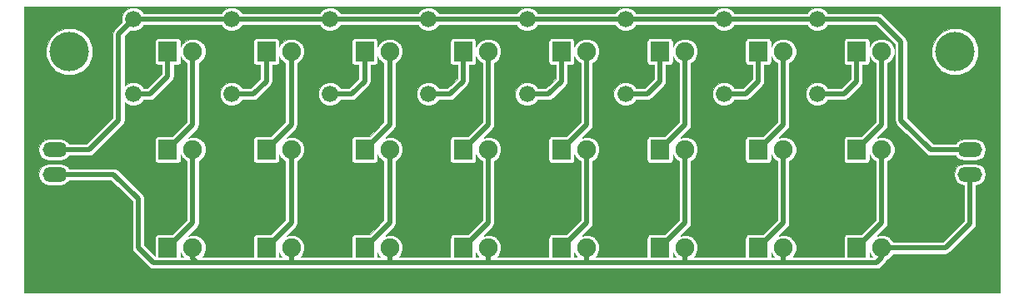
<source format=gbr>
G04 #@! TF.FileFunction,Copper,L2,Bot,Signal*
%FSLAX46Y46*%
G04 Gerber Fmt 4.6, Leading zero omitted, Abs format (unit mm)*
G04 Created by KiCad (PCBNEW 4.0.6) date 07/05/17 19:39:18*
%MOMM*%
%LPD*%
G01*
G04 APERTURE LIST*
%ADD10C,0.100000*%
%ADD11R,1.900000X2.000000*%
%ADD12C,1.900000*%
%ADD13C,1.676400*%
%ADD14O,2.500000X1.500000*%
%ADD15C,4.000000*%
%ADD16C,0.500000*%
%ADD17C,0.026000*%
G04 APERTURE END LIST*
D10*
D11*
X15000000Y-5000000D03*
D12*
X17540000Y-5000000D03*
D11*
X15000000Y-15000000D03*
D12*
X17540000Y-15000000D03*
D11*
X15000000Y-25000000D03*
D12*
X17540000Y-25000000D03*
D11*
X25000000Y-5000000D03*
D12*
X27540000Y-5000000D03*
D11*
X25000000Y-15000000D03*
D12*
X27540000Y-15000000D03*
D11*
X25000000Y-25000000D03*
D12*
X27540000Y-25000000D03*
D11*
X35000000Y-5000000D03*
D12*
X37540000Y-5000000D03*
D11*
X35000000Y-15000000D03*
D12*
X37540000Y-15000000D03*
D11*
X35000000Y-25000000D03*
D12*
X37540000Y-25000000D03*
D11*
X45000000Y-5000000D03*
D12*
X47540000Y-5000000D03*
D11*
X45000000Y-15000000D03*
D12*
X47540000Y-15000000D03*
D11*
X45000000Y-25000000D03*
D12*
X47540000Y-25000000D03*
D11*
X55000000Y-5000000D03*
D12*
X57540000Y-5000000D03*
D11*
X55000000Y-15000000D03*
D12*
X57540000Y-15000000D03*
D11*
X55000000Y-25000000D03*
D12*
X57540000Y-25000000D03*
D11*
X65000000Y-5000000D03*
D12*
X67540000Y-5000000D03*
D11*
X65000000Y-15000000D03*
D12*
X67540000Y-15000000D03*
D11*
X65000000Y-25000000D03*
D12*
X67540000Y-25000000D03*
D11*
X75000000Y-5000000D03*
D12*
X77540000Y-5000000D03*
D11*
X75000000Y-15000000D03*
D12*
X77540000Y-15000000D03*
D11*
X75000000Y-25000000D03*
D12*
X77540000Y-25000000D03*
D11*
X85000000Y-5000000D03*
D12*
X87540000Y-5000000D03*
D11*
X85000000Y-15000000D03*
D12*
X87540000Y-15000000D03*
D11*
X85000000Y-25000000D03*
D12*
X87540000Y-25000000D03*
D13*
X11500000Y-1690000D03*
X11500000Y-9310000D03*
X21500000Y-1690000D03*
X21500000Y-9310000D03*
X31500000Y-1690000D03*
X31500000Y-9310000D03*
X41500000Y-1690000D03*
X41500000Y-9310000D03*
X51500000Y-1690000D03*
X51500000Y-9310000D03*
X61500000Y-1690000D03*
X61500000Y-9310000D03*
X71500000Y-1690000D03*
X71500000Y-9310000D03*
X81000000Y-1690000D03*
X81000000Y-9310000D03*
D14*
X96500000Y-15000000D03*
X96500000Y-17500000D03*
X3500000Y-15000000D03*
X3500000Y-17500000D03*
D15*
X95000000Y-5000000D03*
X5000000Y-5000000D03*
D16*
X15000000Y-5000000D02*
X15000000Y-7500000D01*
X13190000Y-9310000D02*
X11500000Y-9310000D01*
X15000000Y-7500000D02*
X13190000Y-9310000D01*
X17540000Y-5000000D02*
X17540000Y-12460000D01*
X17540000Y-12460000D02*
X15000000Y-15000000D01*
X17540000Y-15000000D02*
X17540000Y-22460000D01*
X17540000Y-22460000D02*
X15000000Y-25000000D01*
X87540000Y-25000000D02*
X94000000Y-25000000D01*
X96500000Y-22500000D02*
X96500000Y-17500000D01*
X94000000Y-25000000D02*
X96500000Y-22500000D01*
X3500000Y-17500000D02*
X9500000Y-17500000D01*
X13500000Y-26500000D02*
X18000000Y-26500000D01*
X12000000Y-25000000D02*
X13500000Y-26500000D01*
X12000000Y-20000000D02*
X12000000Y-25000000D01*
X9500000Y-17500000D02*
X12000000Y-20000000D01*
X77540000Y-25000000D02*
X77540000Y-26500000D01*
X77540000Y-26500000D02*
X77500000Y-26500000D01*
X67540000Y-25000000D02*
X67540000Y-26500000D01*
X67540000Y-26500000D02*
X67500000Y-26500000D01*
X57540000Y-25000000D02*
X57540000Y-26500000D01*
X57540000Y-26500000D02*
X57500000Y-26500000D01*
X47540000Y-25000000D02*
X47540000Y-26500000D01*
X47540000Y-26500000D02*
X47500000Y-26500000D01*
X37540000Y-25000000D02*
X37540000Y-26500000D01*
X37540000Y-26500000D02*
X37500000Y-26500000D01*
X27540000Y-25000000D02*
X27540000Y-26500000D01*
X27540000Y-26500000D02*
X27500000Y-26500000D01*
X87540000Y-25000000D02*
X87540000Y-25960000D01*
X17540000Y-26040000D02*
X17540000Y-25000000D01*
X18000000Y-26500000D02*
X17540000Y-26040000D01*
X87000000Y-26500000D02*
X77500000Y-26500000D01*
X77500000Y-26500000D02*
X67500000Y-26500000D01*
X67500000Y-26500000D02*
X57500000Y-26500000D01*
X57500000Y-26500000D02*
X47500000Y-26500000D01*
X47500000Y-26500000D02*
X37500000Y-26500000D01*
X37500000Y-26500000D02*
X27500000Y-26500000D01*
X27500000Y-26500000D02*
X18000000Y-26500000D01*
X87540000Y-25960000D02*
X87000000Y-26500000D01*
X25000000Y-5000000D02*
X25000000Y-8000000D01*
X23690000Y-9310000D02*
X21500000Y-9310000D01*
X25000000Y-8000000D02*
X23690000Y-9310000D01*
X27540000Y-5000000D02*
X27540000Y-12460000D01*
X27540000Y-12460000D02*
X25000000Y-15000000D01*
X27540000Y-15000000D02*
X27540000Y-22460000D01*
X27540000Y-22460000D02*
X25000000Y-25000000D01*
X35000000Y-5000000D02*
X35000000Y-8000000D01*
X33690000Y-9310000D02*
X31500000Y-9310000D01*
X35000000Y-8000000D02*
X33690000Y-9310000D01*
X37540000Y-5000000D02*
X37540000Y-12460000D01*
X37540000Y-12460000D02*
X35000000Y-15000000D01*
X37540000Y-15000000D02*
X37540000Y-22460000D01*
X37540000Y-22460000D02*
X35000000Y-25000000D01*
X45000000Y-5000000D02*
X45000000Y-8000000D01*
X43690000Y-9310000D02*
X41500000Y-9310000D01*
X45000000Y-8000000D02*
X43690000Y-9310000D01*
X47540000Y-5000000D02*
X47540000Y-12460000D01*
X47540000Y-12460000D02*
X45000000Y-15000000D01*
X47540000Y-15000000D02*
X47540000Y-22460000D01*
X47540000Y-22460000D02*
X45000000Y-25000000D01*
X55000000Y-5000000D02*
X55000000Y-8000000D01*
X53690000Y-9310000D02*
X51500000Y-9310000D01*
X55000000Y-8000000D02*
X53690000Y-9310000D01*
X57540000Y-5000000D02*
X57540000Y-12460000D01*
X57540000Y-12460000D02*
X55000000Y-15000000D01*
X57540000Y-15000000D02*
X57540000Y-22460000D01*
X57540000Y-22460000D02*
X55000000Y-25000000D01*
X65000000Y-5000000D02*
X65000000Y-8000000D01*
X63690000Y-9310000D02*
X61500000Y-9310000D01*
X65000000Y-8000000D02*
X63690000Y-9310000D01*
X67540000Y-5000000D02*
X67540000Y-12460000D01*
X67540000Y-12460000D02*
X65000000Y-15000000D01*
X67540000Y-15000000D02*
X67540000Y-22460000D01*
X67540000Y-22460000D02*
X65000000Y-25000000D01*
X75000000Y-5000000D02*
X75000000Y-8000000D01*
X73690000Y-9310000D02*
X71500000Y-9310000D01*
X75000000Y-8000000D02*
X73690000Y-9310000D01*
X77540000Y-5000000D02*
X77540000Y-12460000D01*
X77540000Y-12460000D02*
X75000000Y-15000000D01*
X77540000Y-15000000D02*
X77540000Y-22460000D01*
X77540000Y-22460000D02*
X75000000Y-25000000D01*
X85000000Y-5000000D02*
X85000000Y-8000000D01*
X83690000Y-9310000D02*
X81000000Y-9310000D01*
X85000000Y-8000000D02*
X83690000Y-9310000D01*
X87540000Y-5000000D02*
X87540000Y-12460000D01*
X87540000Y-12460000D02*
X85000000Y-15000000D01*
X87540000Y-15000000D02*
X87540000Y-22460000D01*
X87540000Y-22460000D02*
X85000000Y-25000000D01*
X96500000Y-15000000D02*
X92500000Y-15000000D01*
X87190000Y-1690000D02*
X81000000Y-1690000D01*
X89500000Y-4000000D02*
X87190000Y-1690000D01*
X89500000Y-12000000D02*
X89500000Y-4000000D01*
X92500000Y-15000000D02*
X89500000Y-12000000D01*
X3500000Y-15000000D02*
X7000000Y-15000000D01*
X10000000Y-3190000D02*
X11500000Y-1690000D01*
X10000000Y-12000000D02*
X10000000Y-3190000D01*
X7000000Y-15000000D02*
X10000000Y-12000000D01*
X71500000Y-1690000D02*
X81000000Y-1690000D01*
X61500000Y-1690000D02*
X71500000Y-1690000D01*
X51500000Y-1690000D02*
X61500000Y-1690000D01*
X41500000Y-1690000D02*
X51500000Y-1690000D01*
X31500000Y-1690000D02*
X41500000Y-1690000D01*
X21500000Y-1690000D02*
X31500000Y-1690000D01*
X11500000Y-1690000D02*
X21500000Y-1690000D01*
D17*
G36*
X99562000Y-29562000D02*
X438000Y-29562000D01*
X438000Y-15000000D01*
X1855399Y-15000000D01*
X1940121Y-15425927D01*
X2181389Y-15787010D01*
X2542472Y-16028278D01*
X2968399Y-16113000D01*
X4031601Y-16113000D01*
X4457528Y-16028278D01*
X4818611Y-15787010D01*
X4934881Y-15613000D01*
X7000000Y-15613000D01*
X7234585Y-15566338D01*
X7433456Y-15433456D01*
X10433457Y-12433456D01*
X10566338Y-12234585D01*
X10613000Y-12000000D01*
X10613000Y-10121689D01*
X10818686Y-10327734D01*
X11260018Y-10510991D01*
X11737885Y-10511408D01*
X12179536Y-10328922D01*
X12517734Y-9991314D01*
X12546100Y-9923000D01*
X13190000Y-9923000D01*
X13424585Y-9876338D01*
X13623456Y-9743456D01*
X15433457Y-7933456D01*
X15545738Y-7765415D01*
X15566338Y-7734585D01*
X15613000Y-7500000D01*
X15613000Y-6370111D01*
X15950000Y-6370111D01*
X16084520Y-6344799D01*
X16208068Y-6265298D01*
X16290951Y-6143994D01*
X16320111Y-6000000D01*
X16320111Y-5485921D01*
X16426244Y-5742783D01*
X16795274Y-6112458D01*
X16927000Y-6167155D01*
X16927000Y-12206087D01*
X15503199Y-13629889D01*
X14050000Y-13629889D01*
X13915480Y-13655201D01*
X13791932Y-13734702D01*
X13709049Y-13856006D01*
X13679889Y-14000000D01*
X13679889Y-16000000D01*
X13705201Y-16134520D01*
X13784702Y-16258068D01*
X13906006Y-16340951D01*
X14050000Y-16370111D01*
X15950000Y-16370111D01*
X16084520Y-16344799D01*
X16208068Y-16265298D01*
X16290951Y-16143994D01*
X16320111Y-16000000D01*
X16320111Y-15485921D01*
X16426244Y-15742783D01*
X16795274Y-16112458D01*
X16927000Y-16167155D01*
X16927000Y-22206087D01*
X15503199Y-23629889D01*
X14050000Y-23629889D01*
X13915480Y-23655201D01*
X13791932Y-23734702D01*
X13709049Y-23856006D01*
X13679889Y-24000000D01*
X13679889Y-25812976D01*
X12613000Y-24746088D01*
X12613000Y-20000000D01*
X12566338Y-19765415D01*
X12433457Y-19566544D01*
X9933456Y-17066544D01*
X9734585Y-16933662D01*
X9500000Y-16887000D01*
X4934881Y-16887000D01*
X4818611Y-16712990D01*
X4457528Y-16471722D01*
X4031601Y-16387000D01*
X2968399Y-16387000D01*
X2542472Y-16471722D01*
X2181389Y-16712990D01*
X1940121Y-17074073D01*
X1855399Y-17500000D01*
X1940121Y-17925927D01*
X2181389Y-18287010D01*
X2542472Y-18528278D01*
X2968399Y-18613000D01*
X4031601Y-18613000D01*
X4457528Y-18528278D01*
X4818611Y-18287010D01*
X4934881Y-18113000D01*
X9246088Y-18113000D01*
X11387000Y-20253913D01*
X11387000Y-25000000D01*
X11433662Y-25234585D01*
X11566544Y-25433456D01*
X13066543Y-26933456D01*
X13265415Y-27066338D01*
X13500000Y-27113000D01*
X87000000Y-27113000D01*
X87234585Y-27066338D01*
X87433456Y-26933456D01*
X87973456Y-26393457D01*
X88106338Y-26194585D01*
X88108055Y-26185952D01*
X88282783Y-26113756D01*
X88652458Y-25744726D01*
X88707155Y-25613000D01*
X94000000Y-25613000D01*
X94234585Y-25566338D01*
X94433456Y-25433456D01*
X96933457Y-22933456D01*
X97066338Y-22734585D01*
X97113000Y-22500000D01*
X97113000Y-18596809D01*
X97457528Y-18528278D01*
X97818611Y-18287010D01*
X98059879Y-17925927D01*
X98144601Y-17500000D01*
X98059879Y-17074073D01*
X97818611Y-16712990D01*
X97457528Y-16471722D01*
X97031601Y-16387000D01*
X95968399Y-16387000D01*
X95542472Y-16471722D01*
X95181389Y-16712990D01*
X94940121Y-17074073D01*
X94855399Y-17500000D01*
X94940121Y-17925927D01*
X95181389Y-18287010D01*
X95542472Y-18528278D01*
X95887000Y-18596809D01*
X95887000Y-22246087D01*
X93746088Y-24387000D01*
X88707381Y-24387000D01*
X88653756Y-24257217D01*
X88284726Y-23887542D01*
X87802318Y-23687229D01*
X87279974Y-23686773D01*
X87109843Y-23757070D01*
X87973456Y-22893457D01*
X88106338Y-22694585D01*
X88145043Y-22500000D01*
X88153000Y-22460000D01*
X88153000Y-16167381D01*
X88282783Y-16113756D01*
X88652458Y-15744726D01*
X88852771Y-15262318D01*
X88853227Y-14739974D01*
X88653756Y-14257217D01*
X88284726Y-13887542D01*
X87802318Y-13687229D01*
X87279974Y-13686773D01*
X87109843Y-13757070D01*
X87973456Y-12893457D01*
X88106338Y-12694585D01*
X88122566Y-12613000D01*
X88153000Y-12460000D01*
X88153000Y-6167381D01*
X88282783Y-6113756D01*
X88652458Y-5744726D01*
X88852771Y-5262318D01*
X88853227Y-4739974D01*
X88653756Y-4257217D01*
X88284726Y-3887542D01*
X87802318Y-3687229D01*
X87279974Y-3686773D01*
X86797217Y-3886244D01*
X86427542Y-4255274D01*
X86320111Y-4513997D01*
X86320111Y-4000000D01*
X86294799Y-3865480D01*
X86215298Y-3741932D01*
X86093994Y-3659049D01*
X85950000Y-3629889D01*
X84050000Y-3629889D01*
X83915480Y-3655201D01*
X83791932Y-3734702D01*
X83709049Y-3856006D01*
X83679889Y-4000000D01*
X83679889Y-6000000D01*
X83705201Y-6134520D01*
X83784702Y-6258068D01*
X83906006Y-6340951D01*
X84050000Y-6370111D01*
X84387000Y-6370111D01*
X84387000Y-7746087D01*
X83436088Y-8697000D01*
X82046414Y-8697000D01*
X82018922Y-8630464D01*
X81681314Y-8292266D01*
X81239982Y-8109009D01*
X80762115Y-8108592D01*
X80320464Y-8291078D01*
X79982266Y-8628686D01*
X79799009Y-9070018D01*
X79798592Y-9547885D01*
X79981078Y-9989536D01*
X80318686Y-10327734D01*
X80760018Y-10510991D01*
X81237885Y-10511408D01*
X81679536Y-10328922D01*
X82017734Y-9991314D01*
X82046100Y-9923000D01*
X83690000Y-9923000D01*
X83924585Y-9876338D01*
X84123456Y-9743456D01*
X85433457Y-8433456D01*
X85566338Y-8234585D01*
X85613000Y-8000000D01*
X85613000Y-6370111D01*
X85950000Y-6370111D01*
X86084520Y-6344799D01*
X86208068Y-6265298D01*
X86290951Y-6143994D01*
X86320111Y-6000000D01*
X86320111Y-5485921D01*
X86426244Y-5742783D01*
X86795274Y-6112458D01*
X86927000Y-6167155D01*
X86927000Y-12206087D01*
X85503199Y-13629889D01*
X84050000Y-13629889D01*
X83915480Y-13655201D01*
X83791932Y-13734702D01*
X83709049Y-13856006D01*
X83679889Y-14000000D01*
X83679889Y-16000000D01*
X83705201Y-16134520D01*
X83784702Y-16258068D01*
X83906006Y-16340951D01*
X84050000Y-16370111D01*
X85950000Y-16370111D01*
X86084520Y-16344799D01*
X86208068Y-16265298D01*
X86290951Y-16143994D01*
X86320111Y-16000000D01*
X86320111Y-15485921D01*
X86426244Y-15742783D01*
X86795274Y-16112458D01*
X86927000Y-16167155D01*
X86927000Y-22206087D01*
X85503199Y-23629889D01*
X84050000Y-23629889D01*
X83915480Y-23655201D01*
X83791932Y-23734702D01*
X83709049Y-23856006D01*
X83679889Y-24000000D01*
X83679889Y-25887000D01*
X78509935Y-25887000D01*
X78652458Y-25744726D01*
X78852771Y-25262318D01*
X78853227Y-24739974D01*
X78653756Y-24257217D01*
X78284726Y-23887542D01*
X77802318Y-23687229D01*
X77279974Y-23686773D01*
X77109843Y-23757070D01*
X77973456Y-22893457D01*
X78106338Y-22694585D01*
X78145043Y-22500000D01*
X78153000Y-22460000D01*
X78153000Y-16167381D01*
X78282783Y-16113756D01*
X78652458Y-15744726D01*
X78852771Y-15262318D01*
X78853227Y-14739974D01*
X78653756Y-14257217D01*
X78284726Y-13887542D01*
X77802318Y-13687229D01*
X77279974Y-13686773D01*
X77109843Y-13757070D01*
X77973456Y-12893457D01*
X78106338Y-12694585D01*
X78122566Y-12613000D01*
X78153000Y-12460000D01*
X78153000Y-6167381D01*
X78282783Y-6113756D01*
X78652458Y-5744726D01*
X78852771Y-5262318D01*
X78853227Y-4739974D01*
X78653756Y-4257217D01*
X78284726Y-3887542D01*
X77802318Y-3687229D01*
X77279974Y-3686773D01*
X76797217Y-3886244D01*
X76427542Y-4255274D01*
X76320111Y-4513997D01*
X76320111Y-4000000D01*
X76294799Y-3865480D01*
X76215298Y-3741932D01*
X76093994Y-3659049D01*
X75950000Y-3629889D01*
X74050000Y-3629889D01*
X73915480Y-3655201D01*
X73791932Y-3734702D01*
X73709049Y-3856006D01*
X73679889Y-4000000D01*
X73679889Y-6000000D01*
X73705201Y-6134520D01*
X73784702Y-6258068D01*
X73906006Y-6340951D01*
X74050000Y-6370111D01*
X74387000Y-6370111D01*
X74387000Y-7746087D01*
X73436088Y-8697000D01*
X72546414Y-8697000D01*
X72518922Y-8630464D01*
X72181314Y-8292266D01*
X71739982Y-8109009D01*
X71262115Y-8108592D01*
X70820464Y-8291078D01*
X70482266Y-8628686D01*
X70299009Y-9070018D01*
X70298592Y-9547885D01*
X70481078Y-9989536D01*
X70818686Y-10327734D01*
X71260018Y-10510991D01*
X71737885Y-10511408D01*
X72179536Y-10328922D01*
X72517734Y-9991314D01*
X72546100Y-9923000D01*
X73690000Y-9923000D01*
X73924585Y-9876338D01*
X74123456Y-9743456D01*
X75433457Y-8433456D01*
X75566338Y-8234585D01*
X75613000Y-8000000D01*
X75613000Y-6370111D01*
X75950000Y-6370111D01*
X76084520Y-6344799D01*
X76208068Y-6265298D01*
X76290951Y-6143994D01*
X76320111Y-6000000D01*
X76320111Y-5485921D01*
X76426244Y-5742783D01*
X76795274Y-6112458D01*
X76927000Y-6167155D01*
X76927000Y-12206087D01*
X75503199Y-13629889D01*
X74050000Y-13629889D01*
X73915480Y-13655201D01*
X73791932Y-13734702D01*
X73709049Y-13856006D01*
X73679889Y-14000000D01*
X73679889Y-16000000D01*
X73705201Y-16134520D01*
X73784702Y-16258068D01*
X73906006Y-16340951D01*
X74050000Y-16370111D01*
X75950000Y-16370111D01*
X76084520Y-16344799D01*
X76208068Y-16265298D01*
X76290951Y-16143994D01*
X76320111Y-16000000D01*
X76320111Y-15485921D01*
X76426244Y-15742783D01*
X76795274Y-16112458D01*
X76927000Y-16167155D01*
X76927000Y-22206087D01*
X75503199Y-23629889D01*
X74050000Y-23629889D01*
X73915480Y-23655201D01*
X73791932Y-23734702D01*
X73709049Y-23856006D01*
X73679889Y-24000000D01*
X73679889Y-25887000D01*
X68509935Y-25887000D01*
X68652458Y-25744726D01*
X68852771Y-25262318D01*
X68853227Y-24739974D01*
X68653756Y-24257217D01*
X68284726Y-23887542D01*
X67802318Y-23687229D01*
X67279974Y-23686773D01*
X67109843Y-23757070D01*
X67973456Y-22893457D01*
X68106338Y-22694585D01*
X68145043Y-22500000D01*
X68153000Y-22460000D01*
X68153000Y-16167381D01*
X68282783Y-16113756D01*
X68652458Y-15744726D01*
X68852771Y-15262318D01*
X68853227Y-14739974D01*
X68653756Y-14257217D01*
X68284726Y-13887542D01*
X67802318Y-13687229D01*
X67279974Y-13686773D01*
X67109843Y-13757070D01*
X67973456Y-12893457D01*
X68106338Y-12694585D01*
X68122566Y-12613000D01*
X68153000Y-12460000D01*
X68153000Y-6167381D01*
X68282783Y-6113756D01*
X68652458Y-5744726D01*
X68852771Y-5262318D01*
X68853227Y-4739974D01*
X68653756Y-4257217D01*
X68284726Y-3887542D01*
X67802318Y-3687229D01*
X67279974Y-3686773D01*
X66797217Y-3886244D01*
X66427542Y-4255274D01*
X66320111Y-4513997D01*
X66320111Y-4000000D01*
X66294799Y-3865480D01*
X66215298Y-3741932D01*
X66093994Y-3659049D01*
X65950000Y-3629889D01*
X64050000Y-3629889D01*
X63915480Y-3655201D01*
X63791932Y-3734702D01*
X63709049Y-3856006D01*
X63679889Y-4000000D01*
X63679889Y-6000000D01*
X63705201Y-6134520D01*
X63784702Y-6258068D01*
X63906006Y-6340951D01*
X64050000Y-6370111D01*
X64387000Y-6370111D01*
X64387000Y-7746087D01*
X63436088Y-8697000D01*
X62546414Y-8697000D01*
X62518922Y-8630464D01*
X62181314Y-8292266D01*
X61739982Y-8109009D01*
X61262115Y-8108592D01*
X60820464Y-8291078D01*
X60482266Y-8628686D01*
X60299009Y-9070018D01*
X60298592Y-9547885D01*
X60481078Y-9989536D01*
X60818686Y-10327734D01*
X61260018Y-10510991D01*
X61737885Y-10511408D01*
X62179536Y-10328922D01*
X62517734Y-9991314D01*
X62546100Y-9923000D01*
X63690000Y-9923000D01*
X63924585Y-9876338D01*
X64123456Y-9743456D01*
X65433457Y-8433456D01*
X65566338Y-8234585D01*
X65613000Y-8000000D01*
X65613000Y-6370111D01*
X65950000Y-6370111D01*
X66084520Y-6344799D01*
X66208068Y-6265298D01*
X66290951Y-6143994D01*
X66320111Y-6000000D01*
X66320111Y-5485921D01*
X66426244Y-5742783D01*
X66795274Y-6112458D01*
X66927000Y-6167155D01*
X66927000Y-12206087D01*
X65503199Y-13629889D01*
X64050000Y-13629889D01*
X63915480Y-13655201D01*
X63791932Y-13734702D01*
X63709049Y-13856006D01*
X63679889Y-14000000D01*
X63679889Y-16000000D01*
X63705201Y-16134520D01*
X63784702Y-16258068D01*
X63906006Y-16340951D01*
X64050000Y-16370111D01*
X65950000Y-16370111D01*
X66084520Y-16344799D01*
X66208068Y-16265298D01*
X66290951Y-16143994D01*
X66320111Y-16000000D01*
X66320111Y-15485921D01*
X66426244Y-15742783D01*
X66795274Y-16112458D01*
X66927000Y-16167155D01*
X66927000Y-22206087D01*
X65503199Y-23629889D01*
X64050000Y-23629889D01*
X63915480Y-23655201D01*
X63791932Y-23734702D01*
X63709049Y-23856006D01*
X63679889Y-24000000D01*
X63679889Y-25887000D01*
X58509935Y-25887000D01*
X58652458Y-25744726D01*
X58852771Y-25262318D01*
X58853227Y-24739974D01*
X58653756Y-24257217D01*
X58284726Y-23887542D01*
X57802318Y-23687229D01*
X57279974Y-23686773D01*
X57109843Y-23757070D01*
X57973456Y-22893457D01*
X58106338Y-22694585D01*
X58145043Y-22500000D01*
X58153000Y-22460000D01*
X58153000Y-16167381D01*
X58282783Y-16113756D01*
X58652458Y-15744726D01*
X58852771Y-15262318D01*
X58853227Y-14739974D01*
X58653756Y-14257217D01*
X58284726Y-13887542D01*
X57802318Y-13687229D01*
X57279974Y-13686773D01*
X57109843Y-13757070D01*
X57973456Y-12893457D01*
X58106338Y-12694585D01*
X58122566Y-12613000D01*
X58153000Y-12460000D01*
X58153000Y-6167381D01*
X58282783Y-6113756D01*
X58652458Y-5744726D01*
X58852771Y-5262318D01*
X58853227Y-4739974D01*
X58653756Y-4257217D01*
X58284726Y-3887542D01*
X57802318Y-3687229D01*
X57279974Y-3686773D01*
X56797217Y-3886244D01*
X56427542Y-4255274D01*
X56320111Y-4513997D01*
X56320111Y-4000000D01*
X56294799Y-3865480D01*
X56215298Y-3741932D01*
X56093994Y-3659049D01*
X55950000Y-3629889D01*
X54050000Y-3629889D01*
X53915480Y-3655201D01*
X53791932Y-3734702D01*
X53709049Y-3856006D01*
X53679889Y-4000000D01*
X53679889Y-6000000D01*
X53705201Y-6134520D01*
X53784702Y-6258068D01*
X53906006Y-6340951D01*
X54050000Y-6370111D01*
X54387000Y-6370111D01*
X54387000Y-7746087D01*
X53436088Y-8697000D01*
X52546414Y-8697000D01*
X52518922Y-8630464D01*
X52181314Y-8292266D01*
X51739982Y-8109009D01*
X51262115Y-8108592D01*
X50820464Y-8291078D01*
X50482266Y-8628686D01*
X50299009Y-9070018D01*
X50298592Y-9547885D01*
X50481078Y-9989536D01*
X50818686Y-10327734D01*
X51260018Y-10510991D01*
X51737885Y-10511408D01*
X52179536Y-10328922D01*
X52517734Y-9991314D01*
X52546100Y-9923000D01*
X53690000Y-9923000D01*
X53924585Y-9876338D01*
X54123456Y-9743456D01*
X55433457Y-8433456D01*
X55566338Y-8234585D01*
X55613000Y-8000000D01*
X55613000Y-6370111D01*
X55950000Y-6370111D01*
X56084520Y-6344799D01*
X56208068Y-6265298D01*
X56290951Y-6143994D01*
X56320111Y-6000000D01*
X56320111Y-5485921D01*
X56426244Y-5742783D01*
X56795274Y-6112458D01*
X56927000Y-6167155D01*
X56927000Y-12206087D01*
X55503199Y-13629889D01*
X54050000Y-13629889D01*
X53915480Y-13655201D01*
X53791932Y-13734702D01*
X53709049Y-13856006D01*
X53679889Y-14000000D01*
X53679889Y-16000000D01*
X53705201Y-16134520D01*
X53784702Y-16258068D01*
X53906006Y-16340951D01*
X54050000Y-16370111D01*
X55950000Y-16370111D01*
X56084520Y-16344799D01*
X56208068Y-16265298D01*
X56290951Y-16143994D01*
X56320111Y-16000000D01*
X56320111Y-15485921D01*
X56426244Y-15742783D01*
X56795274Y-16112458D01*
X56927000Y-16167155D01*
X56927000Y-22206087D01*
X55503199Y-23629889D01*
X54050000Y-23629889D01*
X53915480Y-23655201D01*
X53791932Y-23734702D01*
X53709049Y-23856006D01*
X53679889Y-24000000D01*
X53679889Y-25887000D01*
X48509935Y-25887000D01*
X48652458Y-25744726D01*
X48852771Y-25262318D01*
X48853227Y-24739974D01*
X48653756Y-24257217D01*
X48284726Y-23887542D01*
X47802318Y-23687229D01*
X47279974Y-23686773D01*
X47109843Y-23757070D01*
X47973456Y-22893457D01*
X48106338Y-22694585D01*
X48145043Y-22500000D01*
X48153000Y-22460000D01*
X48153000Y-16167381D01*
X48282783Y-16113756D01*
X48652458Y-15744726D01*
X48852771Y-15262318D01*
X48853227Y-14739974D01*
X48653756Y-14257217D01*
X48284726Y-13887542D01*
X47802318Y-13687229D01*
X47279974Y-13686773D01*
X47109843Y-13757070D01*
X47973456Y-12893457D01*
X48106338Y-12694585D01*
X48122566Y-12613000D01*
X48153000Y-12460000D01*
X48153000Y-6167381D01*
X48282783Y-6113756D01*
X48652458Y-5744726D01*
X48852771Y-5262318D01*
X48853227Y-4739974D01*
X48653756Y-4257217D01*
X48284726Y-3887542D01*
X47802318Y-3687229D01*
X47279974Y-3686773D01*
X46797217Y-3886244D01*
X46427542Y-4255274D01*
X46320111Y-4513997D01*
X46320111Y-4000000D01*
X46294799Y-3865480D01*
X46215298Y-3741932D01*
X46093994Y-3659049D01*
X45950000Y-3629889D01*
X44050000Y-3629889D01*
X43915480Y-3655201D01*
X43791932Y-3734702D01*
X43709049Y-3856006D01*
X43679889Y-4000000D01*
X43679889Y-6000000D01*
X43705201Y-6134520D01*
X43784702Y-6258068D01*
X43906006Y-6340951D01*
X44050000Y-6370111D01*
X44387000Y-6370111D01*
X44387000Y-7746087D01*
X43436088Y-8697000D01*
X42546414Y-8697000D01*
X42518922Y-8630464D01*
X42181314Y-8292266D01*
X41739982Y-8109009D01*
X41262115Y-8108592D01*
X40820464Y-8291078D01*
X40482266Y-8628686D01*
X40299009Y-9070018D01*
X40298592Y-9547885D01*
X40481078Y-9989536D01*
X40818686Y-10327734D01*
X41260018Y-10510991D01*
X41737885Y-10511408D01*
X42179536Y-10328922D01*
X42517734Y-9991314D01*
X42546100Y-9923000D01*
X43690000Y-9923000D01*
X43924585Y-9876338D01*
X44123456Y-9743456D01*
X45433457Y-8433456D01*
X45566338Y-8234585D01*
X45613000Y-8000000D01*
X45613000Y-6370111D01*
X45950000Y-6370111D01*
X46084520Y-6344799D01*
X46208068Y-6265298D01*
X46290951Y-6143994D01*
X46320111Y-6000000D01*
X46320111Y-5485921D01*
X46426244Y-5742783D01*
X46795274Y-6112458D01*
X46927000Y-6167155D01*
X46927000Y-12206087D01*
X45503199Y-13629889D01*
X44050000Y-13629889D01*
X43915480Y-13655201D01*
X43791932Y-13734702D01*
X43709049Y-13856006D01*
X43679889Y-14000000D01*
X43679889Y-16000000D01*
X43705201Y-16134520D01*
X43784702Y-16258068D01*
X43906006Y-16340951D01*
X44050000Y-16370111D01*
X45950000Y-16370111D01*
X46084520Y-16344799D01*
X46208068Y-16265298D01*
X46290951Y-16143994D01*
X46320111Y-16000000D01*
X46320111Y-15485921D01*
X46426244Y-15742783D01*
X46795274Y-16112458D01*
X46927000Y-16167155D01*
X46927000Y-22206087D01*
X45503199Y-23629889D01*
X44050000Y-23629889D01*
X43915480Y-23655201D01*
X43791932Y-23734702D01*
X43709049Y-23856006D01*
X43679889Y-24000000D01*
X43679889Y-25887000D01*
X38509935Y-25887000D01*
X38652458Y-25744726D01*
X38852771Y-25262318D01*
X38853227Y-24739974D01*
X38653756Y-24257217D01*
X38284726Y-23887542D01*
X37802318Y-23687229D01*
X37279974Y-23686773D01*
X37109843Y-23757070D01*
X37973456Y-22893457D01*
X38106338Y-22694585D01*
X38145043Y-22500000D01*
X38153000Y-22460000D01*
X38153000Y-16167381D01*
X38282783Y-16113756D01*
X38652458Y-15744726D01*
X38852771Y-15262318D01*
X38853227Y-14739974D01*
X38653756Y-14257217D01*
X38284726Y-13887542D01*
X37802318Y-13687229D01*
X37279974Y-13686773D01*
X37109843Y-13757070D01*
X37973456Y-12893457D01*
X38106338Y-12694585D01*
X38122566Y-12613000D01*
X38153000Y-12460000D01*
X38153000Y-6167381D01*
X38282783Y-6113756D01*
X38652458Y-5744726D01*
X38852771Y-5262318D01*
X38853227Y-4739974D01*
X38653756Y-4257217D01*
X38284726Y-3887542D01*
X37802318Y-3687229D01*
X37279974Y-3686773D01*
X36797217Y-3886244D01*
X36427542Y-4255274D01*
X36320111Y-4513997D01*
X36320111Y-4000000D01*
X36294799Y-3865480D01*
X36215298Y-3741932D01*
X36093994Y-3659049D01*
X35950000Y-3629889D01*
X34050000Y-3629889D01*
X33915480Y-3655201D01*
X33791932Y-3734702D01*
X33709049Y-3856006D01*
X33679889Y-4000000D01*
X33679889Y-6000000D01*
X33705201Y-6134520D01*
X33784702Y-6258068D01*
X33906006Y-6340951D01*
X34050000Y-6370111D01*
X34387000Y-6370111D01*
X34387000Y-7746087D01*
X33436088Y-8697000D01*
X32546414Y-8697000D01*
X32518922Y-8630464D01*
X32181314Y-8292266D01*
X31739982Y-8109009D01*
X31262115Y-8108592D01*
X30820464Y-8291078D01*
X30482266Y-8628686D01*
X30299009Y-9070018D01*
X30298592Y-9547885D01*
X30481078Y-9989536D01*
X30818686Y-10327734D01*
X31260018Y-10510991D01*
X31737885Y-10511408D01*
X32179536Y-10328922D01*
X32517734Y-9991314D01*
X32546100Y-9923000D01*
X33690000Y-9923000D01*
X33924585Y-9876338D01*
X34123456Y-9743456D01*
X35433457Y-8433456D01*
X35566338Y-8234585D01*
X35613000Y-8000000D01*
X35613000Y-6370111D01*
X35950000Y-6370111D01*
X36084520Y-6344799D01*
X36208068Y-6265298D01*
X36290951Y-6143994D01*
X36320111Y-6000000D01*
X36320111Y-5485921D01*
X36426244Y-5742783D01*
X36795274Y-6112458D01*
X36927000Y-6167155D01*
X36927000Y-12206087D01*
X35503199Y-13629889D01*
X34050000Y-13629889D01*
X33915480Y-13655201D01*
X33791932Y-13734702D01*
X33709049Y-13856006D01*
X33679889Y-14000000D01*
X33679889Y-16000000D01*
X33705201Y-16134520D01*
X33784702Y-16258068D01*
X33906006Y-16340951D01*
X34050000Y-16370111D01*
X35950000Y-16370111D01*
X36084520Y-16344799D01*
X36208068Y-16265298D01*
X36290951Y-16143994D01*
X36320111Y-16000000D01*
X36320111Y-15485921D01*
X36426244Y-15742783D01*
X36795274Y-16112458D01*
X36927000Y-16167155D01*
X36927000Y-22206087D01*
X35503199Y-23629889D01*
X34050000Y-23629889D01*
X33915480Y-23655201D01*
X33791932Y-23734702D01*
X33709049Y-23856006D01*
X33679889Y-24000000D01*
X33679889Y-25887000D01*
X28509935Y-25887000D01*
X28652458Y-25744726D01*
X28852771Y-25262318D01*
X28853227Y-24739974D01*
X28653756Y-24257217D01*
X28284726Y-23887542D01*
X27802318Y-23687229D01*
X27279974Y-23686773D01*
X27109843Y-23757070D01*
X27973456Y-22893457D01*
X28106338Y-22694585D01*
X28145043Y-22500000D01*
X28153000Y-22460000D01*
X28153000Y-16167381D01*
X28282783Y-16113756D01*
X28652458Y-15744726D01*
X28852771Y-15262318D01*
X28853227Y-14739974D01*
X28653756Y-14257217D01*
X28284726Y-13887542D01*
X27802318Y-13687229D01*
X27279974Y-13686773D01*
X27109843Y-13757070D01*
X27973456Y-12893457D01*
X28106338Y-12694585D01*
X28122566Y-12613000D01*
X28153000Y-12460000D01*
X28153000Y-6167381D01*
X28282783Y-6113756D01*
X28652458Y-5744726D01*
X28852771Y-5262318D01*
X28853227Y-4739974D01*
X28653756Y-4257217D01*
X28284726Y-3887542D01*
X27802318Y-3687229D01*
X27279974Y-3686773D01*
X26797217Y-3886244D01*
X26427542Y-4255274D01*
X26320111Y-4513997D01*
X26320111Y-4000000D01*
X26294799Y-3865480D01*
X26215298Y-3741932D01*
X26093994Y-3659049D01*
X25950000Y-3629889D01*
X24050000Y-3629889D01*
X23915480Y-3655201D01*
X23791932Y-3734702D01*
X23709049Y-3856006D01*
X23679889Y-4000000D01*
X23679889Y-6000000D01*
X23705201Y-6134520D01*
X23784702Y-6258068D01*
X23906006Y-6340951D01*
X24050000Y-6370111D01*
X24387000Y-6370111D01*
X24387000Y-7746087D01*
X23436088Y-8697000D01*
X22546414Y-8697000D01*
X22518922Y-8630464D01*
X22181314Y-8292266D01*
X21739982Y-8109009D01*
X21262115Y-8108592D01*
X20820464Y-8291078D01*
X20482266Y-8628686D01*
X20299009Y-9070018D01*
X20298592Y-9547885D01*
X20481078Y-9989536D01*
X20818686Y-10327734D01*
X21260018Y-10510991D01*
X21737885Y-10511408D01*
X22179536Y-10328922D01*
X22517734Y-9991314D01*
X22546100Y-9923000D01*
X23690000Y-9923000D01*
X23924585Y-9876338D01*
X24123456Y-9743456D01*
X25433457Y-8433456D01*
X25566338Y-8234585D01*
X25613000Y-8000000D01*
X25613000Y-6370111D01*
X25950000Y-6370111D01*
X26084520Y-6344799D01*
X26208068Y-6265298D01*
X26290951Y-6143994D01*
X26320111Y-6000000D01*
X26320111Y-5485921D01*
X26426244Y-5742783D01*
X26795274Y-6112458D01*
X26927000Y-6167155D01*
X26927000Y-12206087D01*
X25503199Y-13629889D01*
X24050000Y-13629889D01*
X23915480Y-13655201D01*
X23791932Y-13734702D01*
X23709049Y-13856006D01*
X23679889Y-14000000D01*
X23679889Y-16000000D01*
X23705201Y-16134520D01*
X23784702Y-16258068D01*
X23906006Y-16340951D01*
X24050000Y-16370111D01*
X25950000Y-16370111D01*
X26084520Y-16344799D01*
X26208068Y-16265298D01*
X26290951Y-16143994D01*
X26320111Y-16000000D01*
X26320111Y-15485921D01*
X26426244Y-15742783D01*
X26795274Y-16112458D01*
X26927000Y-16167155D01*
X26927000Y-22206087D01*
X25503199Y-23629889D01*
X24050000Y-23629889D01*
X23915480Y-23655201D01*
X23791932Y-23734702D01*
X23709049Y-23856006D01*
X23679889Y-24000000D01*
X23679889Y-25887000D01*
X18509935Y-25887000D01*
X18652458Y-25744726D01*
X18852771Y-25262318D01*
X18853227Y-24739974D01*
X18653756Y-24257217D01*
X18284726Y-23887542D01*
X17802318Y-23687229D01*
X17279974Y-23686773D01*
X17109843Y-23757070D01*
X17973456Y-22893457D01*
X18106338Y-22694585D01*
X18145043Y-22500000D01*
X18153000Y-22460000D01*
X18153000Y-16167381D01*
X18282783Y-16113756D01*
X18652458Y-15744726D01*
X18852771Y-15262318D01*
X18853227Y-14739974D01*
X18653756Y-14257217D01*
X18284726Y-13887542D01*
X17802318Y-13687229D01*
X17279974Y-13686773D01*
X17109843Y-13757070D01*
X17973456Y-12893457D01*
X18106338Y-12694585D01*
X18122566Y-12613000D01*
X18153000Y-12460000D01*
X18153000Y-6167381D01*
X18282783Y-6113756D01*
X18652458Y-5744726D01*
X18852771Y-5262318D01*
X18853227Y-4739974D01*
X18653756Y-4257217D01*
X18284726Y-3887542D01*
X17802318Y-3687229D01*
X17279974Y-3686773D01*
X16797217Y-3886244D01*
X16427542Y-4255274D01*
X16320111Y-4513997D01*
X16320111Y-4000000D01*
X16294799Y-3865480D01*
X16215298Y-3741932D01*
X16093994Y-3659049D01*
X15950000Y-3629889D01*
X14050000Y-3629889D01*
X13915480Y-3655201D01*
X13791932Y-3734702D01*
X13709049Y-3856006D01*
X13679889Y-4000000D01*
X13679889Y-6000000D01*
X13705201Y-6134520D01*
X13784702Y-6258068D01*
X13906006Y-6340951D01*
X14050000Y-6370111D01*
X14387000Y-6370111D01*
X14387000Y-7246087D01*
X12936088Y-8697000D01*
X12546414Y-8697000D01*
X12518922Y-8630464D01*
X12181314Y-8292266D01*
X11739982Y-8109009D01*
X11262115Y-8108592D01*
X10820464Y-8291078D01*
X10613000Y-8498180D01*
X10613000Y-3443912D01*
X11193530Y-2863383D01*
X11260018Y-2890991D01*
X11737885Y-2891408D01*
X12179536Y-2708922D01*
X12517734Y-2371314D01*
X12546100Y-2303000D01*
X20453586Y-2303000D01*
X20481078Y-2369536D01*
X20818686Y-2707734D01*
X21260018Y-2890991D01*
X21737885Y-2891408D01*
X22179536Y-2708922D01*
X22517734Y-2371314D01*
X22546100Y-2303000D01*
X30453586Y-2303000D01*
X30481078Y-2369536D01*
X30818686Y-2707734D01*
X31260018Y-2890991D01*
X31737885Y-2891408D01*
X32179536Y-2708922D01*
X32517734Y-2371314D01*
X32546100Y-2303000D01*
X40453586Y-2303000D01*
X40481078Y-2369536D01*
X40818686Y-2707734D01*
X41260018Y-2890991D01*
X41737885Y-2891408D01*
X42179536Y-2708922D01*
X42517734Y-2371314D01*
X42546100Y-2303000D01*
X50453586Y-2303000D01*
X50481078Y-2369536D01*
X50818686Y-2707734D01*
X51260018Y-2890991D01*
X51737885Y-2891408D01*
X52179536Y-2708922D01*
X52517734Y-2371314D01*
X52546100Y-2303000D01*
X60453586Y-2303000D01*
X60481078Y-2369536D01*
X60818686Y-2707734D01*
X61260018Y-2890991D01*
X61737885Y-2891408D01*
X62179536Y-2708922D01*
X62517734Y-2371314D01*
X62546100Y-2303000D01*
X70453586Y-2303000D01*
X70481078Y-2369536D01*
X70818686Y-2707734D01*
X71260018Y-2890991D01*
X71737885Y-2891408D01*
X72179536Y-2708922D01*
X72517734Y-2371314D01*
X72546100Y-2303000D01*
X79953586Y-2303000D01*
X79981078Y-2369536D01*
X80318686Y-2707734D01*
X80760018Y-2890991D01*
X81237885Y-2891408D01*
X81679536Y-2708922D01*
X82017734Y-2371314D01*
X82046100Y-2303000D01*
X86936088Y-2303000D01*
X88887000Y-4253913D01*
X88887000Y-12000000D01*
X88931838Y-12225416D01*
X88933662Y-12234585D01*
X89066544Y-12433456D01*
X92066544Y-15433457D01*
X92265415Y-15566338D01*
X92500000Y-15613000D01*
X95065119Y-15613000D01*
X95181389Y-15787010D01*
X95542472Y-16028278D01*
X95968399Y-16113000D01*
X97031601Y-16113000D01*
X97457528Y-16028278D01*
X97818611Y-15787010D01*
X98059879Y-15425927D01*
X98144601Y-15000000D01*
X98059879Y-14574073D01*
X97818611Y-14212990D01*
X97457528Y-13971722D01*
X97031601Y-13887000D01*
X95968399Y-13887000D01*
X95542472Y-13971722D01*
X95181389Y-14212990D01*
X95065119Y-14387000D01*
X92753913Y-14387000D01*
X90113000Y-11746088D01*
X90113000Y-5467968D01*
X92636591Y-5467968D01*
X92995578Y-6336783D01*
X93659720Y-7002086D01*
X94527908Y-7362589D01*
X95467968Y-7363409D01*
X96336783Y-7004422D01*
X97002086Y-6340280D01*
X97362589Y-5472092D01*
X97363409Y-4532032D01*
X97004422Y-3663217D01*
X96340280Y-2997914D01*
X95472092Y-2637411D01*
X94532032Y-2636591D01*
X93663217Y-2995578D01*
X92997914Y-3659720D01*
X92637411Y-4527908D01*
X92636591Y-5467968D01*
X90113000Y-5467968D01*
X90113000Y-4000000D01*
X90066338Y-3765415D01*
X89995715Y-3659720D01*
X89933456Y-3566543D01*
X87623456Y-1256544D01*
X87424585Y-1123662D01*
X87190000Y-1077000D01*
X82046414Y-1077000D01*
X82018922Y-1010464D01*
X81681314Y-672266D01*
X81239982Y-489009D01*
X80762115Y-488592D01*
X80320464Y-671078D01*
X79982266Y-1008686D01*
X79953900Y-1077000D01*
X72546414Y-1077000D01*
X72518922Y-1010464D01*
X72181314Y-672266D01*
X71739982Y-489009D01*
X71262115Y-488592D01*
X70820464Y-671078D01*
X70482266Y-1008686D01*
X70453900Y-1077000D01*
X62546414Y-1077000D01*
X62518922Y-1010464D01*
X62181314Y-672266D01*
X61739982Y-489009D01*
X61262115Y-488592D01*
X60820464Y-671078D01*
X60482266Y-1008686D01*
X60453900Y-1077000D01*
X52546414Y-1077000D01*
X52518922Y-1010464D01*
X52181314Y-672266D01*
X51739982Y-489009D01*
X51262115Y-488592D01*
X50820464Y-671078D01*
X50482266Y-1008686D01*
X50453900Y-1077000D01*
X42546414Y-1077000D01*
X42518922Y-1010464D01*
X42181314Y-672266D01*
X41739982Y-489009D01*
X41262115Y-488592D01*
X40820464Y-671078D01*
X40482266Y-1008686D01*
X40453900Y-1077000D01*
X32546414Y-1077000D01*
X32518922Y-1010464D01*
X32181314Y-672266D01*
X31739982Y-489009D01*
X31262115Y-488592D01*
X30820464Y-671078D01*
X30482266Y-1008686D01*
X30453900Y-1077000D01*
X22546414Y-1077000D01*
X22518922Y-1010464D01*
X22181314Y-672266D01*
X21739982Y-489009D01*
X21262115Y-488592D01*
X20820464Y-671078D01*
X20482266Y-1008686D01*
X20453900Y-1077000D01*
X12546414Y-1077000D01*
X12518922Y-1010464D01*
X12181314Y-672266D01*
X11739982Y-489009D01*
X11262115Y-488592D01*
X10820464Y-671078D01*
X10482266Y-1008686D01*
X10299009Y-1450018D01*
X10298592Y-1927885D01*
X10326839Y-1996248D01*
X9566544Y-2756544D01*
X9433662Y-2955415D01*
X9387000Y-3190000D01*
X9387000Y-11746087D01*
X6746088Y-14387000D01*
X4934881Y-14387000D01*
X4818611Y-14212990D01*
X4457528Y-13971722D01*
X4031601Y-13887000D01*
X2968399Y-13887000D01*
X2542472Y-13971722D01*
X2181389Y-14212990D01*
X1940121Y-14574073D01*
X1855399Y-15000000D01*
X438000Y-15000000D01*
X438000Y-5467968D01*
X2636591Y-5467968D01*
X2995578Y-6336783D01*
X3659720Y-7002086D01*
X4527908Y-7362589D01*
X5467968Y-7363409D01*
X6336783Y-7004422D01*
X7002086Y-6340280D01*
X7362589Y-5472092D01*
X7363409Y-4532032D01*
X7004422Y-3663217D01*
X6340280Y-2997914D01*
X5472092Y-2637411D01*
X4532032Y-2636591D01*
X3663217Y-2995578D01*
X2997914Y-3659720D01*
X2637411Y-4527908D01*
X2636591Y-5467968D01*
X438000Y-5467968D01*
X438000Y-438000D01*
X99562000Y-438000D01*
X99562000Y-29562000D01*
X99562000Y-29562000D01*
G37*
X99562000Y-29562000D02*
X438000Y-29562000D01*
X438000Y-15000000D01*
X1855399Y-15000000D01*
X1940121Y-15425927D01*
X2181389Y-15787010D01*
X2542472Y-16028278D01*
X2968399Y-16113000D01*
X4031601Y-16113000D01*
X4457528Y-16028278D01*
X4818611Y-15787010D01*
X4934881Y-15613000D01*
X7000000Y-15613000D01*
X7234585Y-15566338D01*
X7433456Y-15433456D01*
X10433457Y-12433456D01*
X10566338Y-12234585D01*
X10613000Y-12000000D01*
X10613000Y-10121689D01*
X10818686Y-10327734D01*
X11260018Y-10510991D01*
X11737885Y-10511408D01*
X12179536Y-10328922D01*
X12517734Y-9991314D01*
X12546100Y-9923000D01*
X13190000Y-9923000D01*
X13424585Y-9876338D01*
X13623456Y-9743456D01*
X15433457Y-7933456D01*
X15545738Y-7765415D01*
X15566338Y-7734585D01*
X15613000Y-7500000D01*
X15613000Y-6370111D01*
X15950000Y-6370111D01*
X16084520Y-6344799D01*
X16208068Y-6265298D01*
X16290951Y-6143994D01*
X16320111Y-6000000D01*
X16320111Y-5485921D01*
X16426244Y-5742783D01*
X16795274Y-6112458D01*
X16927000Y-6167155D01*
X16927000Y-12206087D01*
X15503199Y-13629889D01*
X14050000Y-13629889D01*
X13915480Y-13655201D01*
X13791932Y-13734702D01*
X13709049Y-13856006D01*
X13679889Y-14000000D01*
X13679889Y-16000000D01*
X13705201Y-16134520D01*
X13784702Y-16258068D01*
X13906006Y-16340951D01*
X14050000Y-16370111D01*
X15950000Y-16370111D01*
X16084520Y-16344799D01*
X16208068Y-16265298D01*
X16290951Y-16143994D01*
X16320111Y-16000000D01*
X16320111Y-15485921D01*
X16426244Y-15742783D01*
X16795274Y-16112458D01*
X16927000Y-16167155D01*
X16927000Y-22206087D01*
X15503199Y-23629889D01*
X14050000Y-23629889D01*
X13915480Y-23655201D01*
X13791932Y-23734702D01*
X13709049Y-23856006D01*
X13679889Y-24000000D01*
X13679889Y-25812976D01*
X12613000Y-24746088D01*
X12613000Y-20000000D01*
X12566338Y-19765415D01*
X12433457Y-19566544D01*
X9933456Y-17066544D01*
X9734585Y-16933662D01*
X9500000Y-16887000D01*
X4934881Y-16887000D01*
X4818611Y-16712990D01*
X4457528Y-16471722D01*
X4031601Y-16387000D01*
X2968399Y-16387000D01*
X2542472Y-16471722D01*
X2181389Y-16712990D01*
X1940121Y-17074073D01*
X1855399Y-17500000D01*
X1940121Y-17925927D01*
X2181389Y-18287010D01*
X2542472Y-18528278D01*
X2968399Y-18613000D01*
X4031601Y-18613000D01*
X4457528Y-18528278D01*
X4818611Y-18287010D01*
X4934881Y-18113000D01*
X9246088Y-18113000D01*
X11387000Y-20253913D01*
X11387000Y-25000000D01*
X11433662Y-25234585D01*
X11566544Y-25433456D01*
X13066543Y-26933456D01*
X13265415Y-27066338D01*
X13500000Y-27113000D01*
X87000000Y-27113000D01*
X87234585Y-27066338D01*
X87433456Y-26933456D01*
X87973456Y-26393457D01*
X88106338Y-26194585D01*
X88108055Y-26185952D01*
X88282783Y-26113756D01*
X88652458Y-25744726D01*
X88707155Y-25613000D01*
X94000000Y-25613000D01*
X94234585Y-25566338D01*
X94433456Y-25433456D01*
X96933457Y-22933456D01*
X97066338Y-22734585D01*
X97113000Y-22500000D01*
X97113000Y-18596809D01*
X97457528Y-18528278D01*
X97818611Y-18287010D01*
X98059879Y-17925927D01*
X98144601Y-17500000D01*
X98059879Y-17074073D01*
X97818611Y-16712990D01*
X97457528Y-16471722D01*
X97031601Y-16387000D01*
X95968399Y-16387000D01*
X95542472Y-16471722D01*
X95181389Y-16712990D01*
X94940121Y-17074073D01*
X94855399Y-17500000D01*
X94940121Y-17925927D01*
X95181389Y-18287010D01*
X95542472Y-18528278D01*
X95887000Y-18596809D01*
X95887000Y-22246087D01*
X93746088Y-24387000D01*
X88707381Y-24387000D01*
X88653756Y-24257217D01*
X88284726Y-23887542D01*
X87802318Y-23687229D01*
X87279974Y-23686773D01*
X87109843Y-23757070D01*
X87973456Y-22893457D01*
X88106338Y-22694585D01*
X88145043Y-22500000D01*
X88153000Y-22460000D01*
X88153000Y-16167381D01*
X88282783Y-16113756D01*
X88652458Y-15744726D01*
X88852771Y-15262318D01*
X88853227Y-14739974D01*
X88653756Y-14257217D01*
X88284726Y-13887542D01*
X87802318Y-13687229D01*
X87279974Y-13686773D01*
X87109843Y-13757070D01*
X87973456Y-12893457D01*
X88106338Y-12694585D01*
X88122566Y-12613000D01*
X88153000Y-12460000D01*
X88153000Y-6167381D01*
X88282783Y-6113756D01*
X88652458Y-5744726D01*
X88852771Y-5262318D01*
X88853227Y-4739974D01*
X88653756Y-4257217D01*
X88284726Y-3887542D01*
X87802318Y-3687229D01*
X87279974Y-3686773D01*
X86797217Y-3886244D01*
X86427542Y-4255274D01*
X86320111Y-4513997D01*
X86320111Y-4000000D01*
X86294799Y-3865480D01*
X86215298Y-3741932D01*
X86093994Y-3659049D01*
X85950000Y-3629889D01*
X84050000Y-3629889D01*
X83915480Y-3655201D01*
X83791932Y-3734702D01*
X83709049Y-3856006D01*
X83679889Y-4000000D01*
X83679889Y-6000000D01*
X83705201Y-6134520D01*
X83784702Y-6258068D01*
X83906006Y-6340951D01*
X84050000Y-6370111D01*
X84387000Y-6370111D01*
X84387000Y-7746087D01*
X83436088Y-8697000D01*
X82046414Y-8697000D01*
X82018922Y-8630464D01*
X81681314Y-8292266D01*
X81239982Y-8109009D01*
X80762115Y-8108592D01*
X80320464Y-8291078D01*
X79982266Y-8628686D01*
X79799009Y-9070018D01*
X79798592Y-9547885D01*
X79981078Y-9989536D01*
X80318686Y-10327734D01*
X80760018Y-10510991D01*
X81237885Y-10511408D01*
X81679536Y-10328922D01*
X82017734Y-9991314D01*
X82046100Y-9923000D01*
X83690000Y-9923000D01*
X83924585Y-9876338D01*
X84123456Y-9743456D01*
X85433457Y-8433456D01*
X85566338Y-8234585D01*
X85613000Y-8000000D01*
X85613000Y-6370111D01*
X85950000Y-6370111D01*
X86084520Y-6344799D01*
X86208068Y-6265298D01*
X86290951Y-6143994D01*
X86320111Y-6000000D01*
X86320111Y-5485921D01*
X86426244Y-5742783D01*
X86795274Y-6112458D01*
X86927000Y-6167155D01*
X86927000Y-12206087D01*
X85503199Y-13629889D01*
X84050000Y-13629889D01*
X83915480Y-13655201D01*
X83791932Y-13734702D01*
X83709049Y-13856006D01*
X83679889Y-14000000D01*
X83679889Y-16000000D01*
X83705201Y-16134520D01*
X83784702Y-16258068D01*
X83906006Y-16340951D01*
X84050000Y-16370111D01*
X85950000Y-16370111D01*
X86084520Y-16344799D01*
X86208068Y-16265298D01*
X86290951Y-16143994D01*
X86320111Y-16000000D01*
X86320111Y-15485921D01*
X86426244Y-15742783D01*
X86795274Y-16112458D01*
X86927000Y-16167155D01*
X86927000Y-22206087D01*
X85503199Y-23629889D01*
X84050000Y-23629889D01*
X83915480Y-23655201D01*
X83791932Y-23734702D01*
X83709049Y-23856006D01*
X83679889Y-24000000D01*
X83679889Y-25887000D01*
X78509935Y-25887000D01*
X78652458Y-25744726D01*
X78852771Y-25262318D01*
X78853227Y-24739974D01*
X78653756Y-24257217D01*
X78284726Y-23887542D01*
X77802318Y-23687229D01*
X77279974Y-23686773D01*
X77109843Y-23757070D01*
X77973456Y-22893457D01*
X78106338Y-22694585D01*
X78145043Y-22500000D01*
X78153000Y-22460000D01*
X78153000Y-16167381D01*
X78282783Y-16113756D01*
X78652458Y-15744726D01*
X78852771Y-15262318D01*
X78853227Y-14739974D01*
X78653756Y-14257217D01*
X78284726Y-13887542D01*
X77802318Y-13687229D01*
X77279974Y-13686773D01*
X77109843Y-13757070D01*
X77973456Y-12893457D01*
X78106338Y-12694585D01*
X78122566Y-12613000D01*
X78153000Y-12460000D01*
X78153000Y-6167381D01*
X78282783Y-6113756D01*
X78652458Y-5744726D01*
X78852771Y-5262318D01*
X78853227Y-4739974D01*
X78653756Y-4257217D01*
X78284726Y-3887542D01*
X77802318Y-3687229D01*
X77279974Y-3686773D01*
X76797217Y-3886244D01*
X76427542Y-4255274D01*
X76320111Y-4513997D01*
X76320111Y-4000000D01*
X76294799Y-3865480D01*
X76215298Y-3741932D01*
X76093994Y-3659049D01*
X75950000Y-3629889D01*
X74050000Y-3629889D01*
X73915480Y-3655201D01*
X73791932Y-3734702D01*
X73709049Y-3856006D01*
X73679889Y-4000000D01*
X73679889Y-6000000D01*
X73705201Y-6134520D01*
X73784702Y-6258068D01*
X73906006Y-6340951D01*
X74050000Y-6370111D01*
X74387000Y-6370111D01*
X74387000Y-7746087D01*
X73436088Y-8697000D01*
X72546414Y-8697000D01*
X72518922Y-8630464D01*
X72181314Y-8292266D01*
X71739982Y-8109009D01*
X71262115Y-8108592D01*
X70820464Y-8291078D01*
X70482266Y-8628686D01*
X70299009Y-9070018D01*
X70298592Y-9547885D01*
X70481078Y-9989536D01*
X70818686Y-10327734D01*
X71260018Y-10510991D01*
X71737885Y-10511408D01*
X72179536Y-10328922D01*
X72517734Y-9991314D01*
X72546100Y-9923000D01*
X73690000Y-9923000D01*
X73924585Y-9876338D01*
X74123456Y-9743456D01*
X75433457Y-8433456D01*
X75566338Y-8234585D01*
X75613000Y-8000000D01*
X75613000Y-6370111D01*
X75950000Y-6370111D01*
X76084520Y-6344799D01*
X76208068Y-6265298D01*
X76290951Y-6143994D01*
X76320111Y-6000000D01*
X76320111Y-5485921D01*
X76426244Y-5742783D01*
X76795274Y-6112458D01*
X76927000Y-6167155D01*
X76927000Y-12206087D01*
X75503199Y-13629889D01*
X74050000Y-13629889D01*
X73915480Y-13655201D01*
X73791932Y-13734702D01*
X73709049Y-13856006D01*
X73679889Y-14000000D01*
X73679889Y-16000000D01*
X73705201Y-16134520D01*
X73784702Y-16258068D01*
X73906006Y-16340951D01*
X74050000Y-16370111D01*
X75950000Y-16370111D01*
X76084520Y-16344799D01*
X76208068Y-16265298D01*
X76290951Y-16143994D01*
X76320111Y-16000000D01*
X76320111Y-15485921D01*
X76426244Y-15742783D01*
X76795274Y-16112458D01*
X76927000Y-16167155D01*
X76927000Y-22206087D01*
X75503199Y-23629889D01*
X74050000Y-23629889D01*
X73915480Y-23655201D01*
X73791932Y-23734702D01*
X73709049Y-23856006D01*
X73679889Y-24000000D01*
X73679889Y-25887000D01*
X68509935Y-25887000D01*
X68652458Y-25744726D01*
X68852771Y-25262318D01*
X68853227Y-24739974D01*
X68653756Y-24257217D01*
X68284726Y-23887542D01*
X67802318Y-23687229D01*
X67279974Y-23686773D01*
X67109843Y-23757070D01*
X67973456Y-22893457D01*
X68106338Y-22694585D01*
X68145043Y-22500000D01*
X68153000Y-22460000D01*
X68153000Y-16167381D01*
X68282783Y-16113756D01*
X68652458Y-15744726D01*
X68852771Y-15262318D01*
X68853227Y-14739974D01*
X68653756Y-14257217D01*
X68284726Y-13887542D01*
X67802318Y-13687229D01*
X67279974Y-13686773D01*
X67109843Y-13757070D01*
X67973456Y-12893457D01*
X68106338Y-12694585D01*
X68122566Y-12613000D01*
X68153000Y-12460000D01*
X68153000Y-6167381D01*
X68282783Y-6113756D01*
X68652458Y-5744726D01*
X68852771Y-5262318D01*
X68853227Y-4739974D01*
X68653756Y-4257217D01*
X68284726Y-3887542D01*
X67802318Y-3687229D01*
X67279974Y-3686773D01*
X66797217Y-3886244D01*
X66427542Y-4255274D01*
X66320111Y-4513997D01*
X66320111Y-4000000D01*
X66294799Y-3865480D01*
X66215298Y-3741932D01*
X66093994Y-3659049D01*
X65950000Y-3629889D01*
X64050000Y-3629889D01*
X63915480Y-3655201D01*
X63791932Y-3734702D01*
X63709049Y-3856006D01*
X63679889Y-4000000D01*
X63679889Y-6000000D01*
X63705201Y-6134520D01*
X63784702Y-6258068D01*
X63906006Y-6340951D01*
X64050000Y-6370111D01*
X64387000Y-6370111D01*
X64387000Y-7746087D01*
X63436088Y-8697000D01*
X62546414Y-8697000D01*
X62518922Y-8630464D01*
X62181314Y-8292266D01*
X61739982Y-8109009D01*
X61262115Y-8108592D01*
X60820464Y-8291078D01*
X60482266Y-8628686D01*
X60299009Y-9070018D01*
X60298592Y-9547885D01*
X60481078Y-9989536D01*
X60818686Y-10327734D01*
X61260018Y-10510991D01*
X61737885Y-10511408D01*
X62179536Y-10328922D01*
X62517734Y-9991314D01*
X62546100Y-9923000D01*
X63690000Y-9923000D01*
X63924585Y-9876338D01*
X64123456Y-9743456D01*
X65433457Y-8433456D01*
X65566338Y-8234585D01*
X65613000Y-8000000D01*
X65613000Y-6370111D01*
X65950000Y-6370111D01*
X66084520Y-6344799D01*
X66208068Y-6265298D01*
X66290951Y-6143994D01*
X66320111Y-6000000D01*
X66320111Y-5485921D01*
X66426244Y-5742783D01*
X66795274Y-6112458D01*
X66927000Y-6167155D01*
X66927000Y-12206087D01*
X65503199Y-13629889D01*
X64050000Y-13629889D01*
X63915480Y-13655201D01*
X63791932Y-13734702D01*
X63709049Y-13856006D01*
X63679889Y-14000000D01*
X63679889Y-16000000D01*
X63705201Y-16134520D01*
X63784702Y-16258068D01*
X63906006Y-16340951D01*
X64050000Y-16370111D01*
X65950000Y-16370111D01*
X66084520Y-16344799D01*
X66208068Y-16265298D01*
X66290951Y-16143994D01*
X66320111Y-16000000D01*
X66320111Y-15485921D01*
X66426244Y-15742783D01*
X66795274Y-16112458D01*
X66927000Y-16167155D01*
X66927000Y-22206087D01*
X65503199Y-23629889D01*
X64050000Y-23629889D01*
X63915480Y-23655201D01*
X63791932Y-23734702D01*
X63709049Y-23856006D01*
X63679889Y-24000000D01*
X63679889Y-25887000D01*
X58509935Y-25887000D01*
X58652458Y-25744726D01*
X58852771Y-25262318D01*
X58853227Y-24739974D01*
X58653756Y-24257217D01*
X58284726Y-23887542D01*
X57802318Y-23687229D01*
X57279974Y-23686773D01*
X57109843Y-23757070D01*
X57973456Y-22893457D01*
X58106338Y-22694585D01*
X58145043Y-22500000D01*
X58153000Y-22460000D01*
X58153000Y-16167381D01*
X58282783Y-16113756D01*
X58652458Y-15744726D01*
X58852771Y-15262318D01*
X58853227Y-14739974D01*
X58653756Y-14257217D01*
X58284726Y-13887542D01*
X57802318Y-13687229D01*
X57279974Y-13686773D01*
X57109843Y-13757070D01*
X57973456Y-12893457D01*
X58106338Y-12694585D01*
X58122566Y-12613000D01*
X58153000Y-12460000D01*
X58153000Y-6167381D01*
X58282783Y-6113756D01*
X58652458Y-5744726D01*
X58852771Y-5262318D01*
X58853227Y-4739974D01*
X58653756Y-4257217D01*
X58284726Y-3887542D01*
X57802318Y-3687229D01*
X57279974Y-3686773D01*
X56797217Y-3886244D01*
X56427542Y-4255274D01*
X56320111Y-4513997D01*
X56320111Y-4000000D01*
X56294799Y-3865480D01*
X56215298Y-3741932D01*
X56093994Y-3659049D01*
X55950000Y-3629889D01*
X54050000Y-3629889D01*
X53915480Y-3655201D01*
X53791932Y-3734702D01*
X53709049Y-3856006D01*
X53679889Y-4000000D01*
X53679889Y-6000000D01*
X53705201Y-6134520D01*
X53784702Y-6258068D01*
X53906006Y-6340951D01*
X54050000Y-6370111D01*
X54387000Y-6370111D01*
X54387000Y-7746087D01*
X53436088Y-8697000D01*
X52546414Y-8697000D01*
X52518922Y-8630464D01*
X52181314Y-8292266D01*
X51739982Y-8109009D01*
X51262115Y-8108592D01*
X50820464Y-8291078D01*
X50482266Y-8628686D01*
X50299009Y-9070018D01*
X50298592Y-9547885D01*
X50481078Y-9989536D01*
X50818686Y-10327734D01*
X51260018Y-10510991D01*
X51737885Y-10511408D01*
X52179536Y-10328922D01*
X52517734Y-9991314D01*
X52546100Y-9923000D01*
X53690000Y-9923000D01*
X53924585Y-9876338D01*
X54123456Y-9743456D01*
X55433457Y-8433456D01*
X55566338Y-8234585D01*
X55613000Y-8000000D01*
X55613000Y-6370111D01*
X55950000Y-6370111D01*
X56084520Y-6344799D01*
X56208068Y-6265298D01*
X56290951Y-6143994D01*
X56320111Y-6000000D01*
X56320111Y-5485921D01*
X56426244Y-5742783D01*
X56795274Y-6112458D01*
X56927000Y-6167155D01*
X56927000Y-12206087D01*
X55503199Y-13629889D01*
X54050000Y-13629889D01*
X53915480Y-13655201D01*
X53791932Y-13734702D01*
X53709049Y-13856006D01*
X53679889Y-14000000D01*
X53679889Y-16000000D01*
X53705201Y-16134520D01*
X53784702Y-16258068D01*
X53906006Y-16340951D01*
X54050000Y-16370111D01*
X55950000Y-16370111D01*
X56084520Y-16344799D01*
X56208068Y-16265298D01*
X56290951Y-16143994D01*
X56320111Y-16000000D01*
X56320111Y-15485921D01*
X56426244Y-15742783D01*
X56795274Y-16112458D01*
X56927000Y-16167155D01*
X56927000Y-22206087D01*
X55503199Y-23629889D01*
X54050000Y-23629889D01*
X53915480Y-23655201D01*
X53791932Y-23734702D01*
X53709049Y-23856006D01*
X53679889Y-24000000D01*
X53679889Y-25887000D01*
X48509935Y-25887000D01*
X48652458Y-25744726D01*
X48852771Y-25262318D01*
X48853227Y-24739974D01*
X48653756Y-24257217D01*
X48284726Y-23887542D01*
X47802318Y-23687229D01*
X47279974Y-23686773D01*
X47109843Y-23757070D01*
X47973456Y-22893457D01*
X48106338Y-22694585D01*
X48145043Y-22500000D01*
X48153000Y-22460000D01*
X48153000Y-16167381D01*
X48282783Y-16113756D01*
X48652458Y-15744726D01*
X48852771Y-15262318D01*
X48853227Y-14739974D01*
X48653756Y-14257217D01*
X48284726Y-13887542D01*
X47802318Y-13687229D01*
X47279974Y-13686773D01*
X47109843Y-13757070D01*
X47973456Y-12893457D01*
X48106338Y-12694585D01*
X48122566Y-12613000D01*
X48153000Y-12460000D01*
X48153000Y-6167381D01*
X48282783Y-6113756D01*
X48652458Y-5744726D01*
X48852771Y-5262318D01*
X48853227Y-4739974D01*
X48653756Y-4257217D01*
X48284726Y-3887542D01*
X47802318Y-3687229D01*
X47279974Y-3686773D01*
X46797217Y-3886244D01*
X46427542Y-4255274D01*
X46320111Y-4513997D01*
X46320111Y-4000000D01*
X46294799Y-3865480D01*
X46215298Y-3741932D01*
X46093994Y-3659049D01*
X45950000Y-3629889D01*
X44050000Y-3629889D01*
X43915480Y-3655201D01*
X43791932Y-3734702D01*
X43709049Y-3856006D01*
X43679889Y-4000000D01*
X43679889Y-6000000D01*
X43705201Y-6134520D01*
X43784702Y-6258068D01*
X43906006Y-6340951D01*
X44050000Y-6370111D01*
X44387000Y-6370111D01*
X44387000Y-7746087D01*
X43436088Y-8697000D01*
X42546414Y-8697000D01*
X42518922Y-8630464D01*
X42181314Y-8292266D01*
X41739982Y-8109009D01*
X41262115Y-8108592D01*
X40820464Y-8291078D01*
X40482266Y-8628686D01*
X40299009Y-9070018D01*
X40298592Y-9547885D01*
X40481078Y-9989536D01*
X40818686Y-10327734D01*
X41260018Y-10510991D01*
X41737885Y-10511408D01*
X42179536Y-10328922D01*
X42517734Y-9991314D01*
X42546100Y-9923000D01*
X43690000Y-9923000D01*
X43924585Y-9876338D01*
X44123456Y-9743456D01*
X45433457Y-8433456D01*
X45566338Y-8234585D01*
X45613000Y-8000000D01*
X45613000Y-6370111D01*
X45950000Y-6370111D01*
X46084520Y-6344799D01*
X46208068Y-6265298D01*
X46290951Y-6143994D01*
X46320111Y-6000000D01*
X46320111Y-5485921D01*
X46426244Y-5742783D01*
X46795274Y-6112458D01*
X46927000Y-6167155D01*
X46927000Y-12206087D01*
X45503199Y-13629889D01*
X44050000Y-13629889D01*
X43915480Y-13655201D01*
X43791932Y-13734702D01*
X43709049Y-13856006D01*
X43679889Y-14000000D01*
X43679889Y-16000000D01*
X43705201Y-16134520D01*
X43784702Y-16258068D01*
X43906006Y-16340951D01*
X44050000Y-16370111D01*
X45950000Y-16370111D01*
X46084520Y-16344799D01*
X46208068Y-16265298D01*
X46290951Y-16143994D01*
X46320111Y-16000000D01*
X46320111Y-15485921D01*
X46426244Y-15742783D01*
X46795274Y-16112458D01*
X46927000Y-16167155D01*
X46927000Y-22206087D01*
X45503199Y-23629889D01*
X44050000Y-23629889D01*
X43915480Y-23655201D01*
X43791932Y-23734702D01*
X43709049Y-23856006D01*
X43679889Y-24000000D01*
X43679889Y-25887000D01*
X38509935Y-25887000D01*
X38652458Y-25744726D01*
X38852771Y-25262318D01*
X38853227Y-24739974D01*
X38653756Y-24257217D01*
X38284726Y-23887542D01*
X37802318Y-23687229D01*
X37279974Y-23686773D01*
X37109843Y-23757070D01*
X37973456Y-22893457D01*
X38106338Y-22694585D01*
X38145043Y-22500000D01*
X38153000Y-22460000D01*
X38153000Y-16167381D01*
X38282783Y-16113756D01*
X38652458Y-15744726D01*
X38852771Y-15262318D01*
X38853227Y-14739974D01*
X38653756Y-14257217D01*
X38284726Y-13887542D01*
X37802318Y-13687229D01*
X37279974Y-13686773D01*
X37109843Y-13757070D01*
X37973456Y-12893457D01*
X38106338Y-12694585D01*
X38122566Y-12613000D01*
X38153000Y-12460000D01*
X38153000Y-6167381D01*
X38282783Y-6113756D01*
X38652458Y-5744726D01*
X38852771Y-5262318D01*
X38853227Y-4739974D01*
X38653756Y-4257217D01*
X38284726Y-3887542D01*
X37802318Y-3687229D01*
X37279974Y-3686773D01*
X36797217Y-3886244D01*
X36427542Y-4255274D01*
X36320111Y-4513997D01*
X36320111Y-4000000D01*
X36294799Y-3865480D01*
X36215298Y-3741932D01*
X36093994Y-3659049D01*
X35950000Y-3629889D01*
X34050000Y-3629889D01*
X33915480Y-3655201D01*
X33791932Y-3734702D01*
X33709049Y-3856006D01*
X33679889Y-4000000D01*
X33679889Y-6000000D01*
X33705201Y-6134520D01*
X33784702Y-6258068D01*
X33906006Y-6340951D01*
X34050000Y-6370111D01*
X34387000Y-6370111D01*
X34387000Y-7746087D01*
X33436088Y-8697000D01*
X32546414Y-8697000D01*
X32518922Y-8630464D01*
X32181314Y-8292266D01*
X31739982Y-8109009D01*
X31262115Y-8108592D01*
X30820464Y-8291078D01*
X30482266Y-8628686D01*
X30299009Y-9070018D01*
X30298592Y-9547885D01*
X30481078Y-9989536D01*
X30818686Y-10327734D01*
X31260018Y-10510991D01*
X31737885Y-10511408D01*
X32179536Y-10328922D01*
X32517734Y-9991314D01*
X32546100Y-9923000D01*
X33690000Y-9923000D01*
X33924585Y-9876338D01*
X34123456Y-9743456D01*
X35433457Y-8433456D01*
X35566338Y-8234585D01*
X35613000Y-8000000D01*
X35613000Y-6370111D01*
X35950000Y-6370111D01*
X36084520Y-6344799D01*
X36208068Y-6265298D01*
X36290951Y-6143994D01*
X36320111Y-6000000D01*
X36320111Y-5485921D01*
X36426244Y-5742783D01*
X36795274Y-6112458D01*
X36927000Y-6167155D01*
X36927000Y-12206087D01*
X35503199Y-13629889D01*
X34050000Y-13629889D01*
X33915480Y-13655201D01*
X33791932Y-13734702D01*
X33709049Y-13856006D01*
X33679889Y-14000000D01*
X33679889Y-16000000D01*
X33705201Y-16134520D01*
X33784702Y-16258068D01*
X33906006Y-16340951D01*
X34050000Y-16370111D01*
X35950000Y-16370111D01*
X36084520Y-16344799D01*
X36208068Y-16265298D01*
X36290951Y-16143994D01*
X36320111Y-16000000D01*
X36320111Y-15485921D01*
X36426244Y-15742783D01*
X36795274Y-16112458D01*
X36927000Y-16167155D01*
X36927000Y-22206087D01*
X35503199Y-23629889D01*
X34050000Y-23629889D01*
X33915480Y-23655201D01*
X33791932Y-23734702D01*
X33709049Y-23856006D01*
X33679889Y-24000000D01*
X33679889Y-25887000D01*
X28509935Y-25887000D01*
X28652458Y-25744726D01*
X28852771Y-25262318D01*
X28853227Y-24739974D01*
X28653756Y-24257217D01*
X28284726Y-23887542D01*
X27802318Y-23687229D01*
X27279974Y-23686773D01*
X27109843Y-23757070D01*
X27973456Y-22893457D01*
X28106338Y-22694585D01*
X28145043Y-22500000D01*
X28153000Y-22460000D01*
X28153000Y-16167381D01*
X28282783Y-16113756D01*
X28652458Y-15744726D01*
X28852771Y-15262318D01*
X28853227Y-14739974D01*
X28653756Y-14257217D01*
X28284726Y-13887542D01*
X27802318Y-13687229D01*
X27279974Y-13686773D01*
X27109843Y-13757070D01*
X27973456Y-12893457D01*
X28106338Y-12694585D01*
X28122566Y-12613000D01*
X28153000Y-12460000D01*
X28153000Y-6167381D01*
X28282783Y-6113756D01*
X28652458Y-5744726D01*
X28852771Y-5262318D01*
X28853227Y-4739974D01*
X28653756Y-4257217D01*
X28284726Y-3887542D01*
X27802318Y-3687229D01*
X27279974Y-3686773D01*
X26797217Y-3886244D01*
X26427542Y-4255274D01*
X26320111Y-4513997D01*
X26320111Y-4000000D01*
X26294799Y-3865480D01*
X26215298Y-3741932D01*
X26093994Y-3659049D01*
X25950000Y-3629889D01*
X24050000Y-3629889D01*
X23915480Y-3655201D01*
X23791932Y-3734702D01*
X23709049Y-3856006D01*
X23679889Y-4000000D01*
X23679889Y-6000000D01*
X23705201Y-6134520D01*
X23784702Y-6258068D01*
X23906006Y-6340951D01*
X24050000Y-6370111D01*
X24387000Y-6370111D01*
X24387000Y-7746087D01*
X23436088Y-8697000D01*
X22546414Y-8697000D01*
X22518922Y-8630464D01*
X22181314Y-8292266D01*
X21739982Y-8109009D01*
X21262115Y-8108592D01*
X20820464Y-8291078D01*
X20482266Y-8628686D01*
X20299009Y-9070018D01*
X20298592Y-9547885D01*
X20481078Y-9989536D01*
X20818686Y-10327734D01*
X21260018Y-10510991D01*
X21737885Y-10511408D01*
X22179536Y-10328922D01*
X22517734Y-9991314D01*
X22546100Y-9923000D01*
X23690000Y-9923000D01*
X23924585Y-9876338D01*
X24123456Y-9743456D01*
X25433457Y-8433456D01*
X25566338Y-8234585D01*
X25613000Y-8000000D01*
X25613000Y-6370111D01*
X25950000Y-6370111D01*
X26084520Y-6344799D01*
X26208068Y-6265298D01*
X26290951Y-6143994D01*
X26320111Y-6000000D01*
X26320111Y-5485921D01*
X26426244Y-5742783D01*
X26795274Y-6112458D01*
X26927000Y-6167155D01*
X26927000Y-12206087D01*
X25503199Y-13629889D01*
X24050000Y-13629889D01*
X23915480Y-13655201D01*
X23791932Y-13734702D01*
X23709049Y-13856006D01*
X23679889Y-14000000D01*
X23679889Y-16000000D01*
X23705201Y-16134520D01*
X23784702Y-16258068D01*
X23906006Y-16340951D01*
X24050000Y-16370111D01*
X25950000Y-16370111D01*
X26084520Y-16344799D01*
X26208068Y-16265298D01*
X26290951Y-16143994D01*
X26320111Y-16000000D01*
X26320111Y-15485921D01*
X26426244Y-15742783D01*
X26795274Y-16112458D01*
X26927000Y-16167155D01*
X26927000Y-22206087D01*
X25503199Y-23629889D01*
X24050000Y-23629889D01*
X23915480Y-23655201D01*
X23791932Y-23734702D01*
X23709049Y-23856006D01*
X23679889Y-24000000D01*
X23679889Y-25887000D01*
X18509935Y-25887000D01*
X18652458Y-25744726D01*
X18852771Y-25262318D01*
X18853227Y-24739974D01*
X18653756Y-24257217D01*
X18284726Y-23887542D01*
X17802318Y-23687229D01*
X17279974Y-23686773D01*
X17109843Y-23757070D01*
X17973456Y-22893457D01*
X18106338Y-22694585D01*
X18145043Y-22500000D01*
X18153000Y-22460000D01*
X18153000Y-16167381D01*
X18282783Y-16113756D01*
X18652458Y-15744726D01*
X18852771Y-15262318D01*
X18853227Y-14739974D01*
X18653756Y-14257217D01*
X18284726Y-13887542D01*
X17802318Y-13687229D01*
X17279974Y-13686773D01*
X17109843Y-13757070D01*
X17973456Y-12893457D01*
X18106338Y-12694585D01*
X18122566Y-12613000D01*
X18153000Y-12460000D01*
X18153000Y-6167381D01*
X18282783Y-6113756D01*
X18652458Y-5744726D01*
X18852771Y-5262318D01*
X18853227Y-4739974D01*
X18653756Y-4257217D01*
X18284726Y-3887542D01*
X17802318Y-3687229D01*
X17279974Y-3686773D01*
X16797217Y-3886244D01*
X16427542Y-4255274D01*
X16320111Y-4513997D01*
X16320111Y-4000000D01*
X16294799Y-3865480D01*
X16215298Y-3741932D01*
X16093994Y-3659049D01*
X15950000Y-3629889D01*
X14050000Y-3629889D01*
X13915480Y-3655201D01*
X13791932Y-3734702D01*
X13709049Y-3856006D01*
X13679889Y-4000000D01*
X13679889Y-6000000D01*
X13705201Y-6134520D01*
X13784702Y-6258068D01*
X13906006Y-6340951D01*
X14050000Y-6370111D01*
X14387000Y-6370111D01*
X14387000Y-7246087D01*
X12936088Y-8697000D01*
X12546414Y-8697000D01*
X12518922Y-8630464D01*
X12181314Y-8292266D01*
X11739982Y-8109009D01*
X11262115Y-8108592D01*
X10820464Y-8291078D01*
X10613000Y-8498180D01*
X10613000Y-3443912D01*
X11193530Y-2863383D01*
X11260018Y-2890991D01*
X11737885Y-2891408D01*
X12179536Y-2708922D01*
X12517734Y-2371314D01*
X12546100Y-2303000D01*
X20453586Y-2303000D01*
X20481078Y-2369536D01*
X20818686Y-2707734D01*
X21260018Y-2890991D01*
X21737885Y-2891408D01*
X22179536Y-2708922D01*
X22517734Y-2371314D01*
X22546100Y-2303000D01*
X30453586Y-2303000D01*
X30481078Y-2369536D01*
X30818686Y-2707734D01*
X31260018Y-2890991D01*
X31737885Y-2891408D01*
X32179536Y-2708922D01*
X32517734Y-2371314D01*
X32546100Y-2303000D01*
X40453586Y-2303000D01*
X40481078Y-2369536D01*
X40818686Y-2707734D01*
X41260018Y-2890991D01*
X41737885Y-2891408D01*
X42179536Y-2708922D01*
X42517734Y-2371314D01*
X42546100Y-2303000D01*
X50453586Y-2303000D01*
X50481078Y-2369536D01*
X50818686Y-2707734D01*
X51260018Y-2890991D01*
X51737885Y-2891408D01*
X52179536Y-2708922D01*
X52517734Y-2371314D01*
X52546100Y-2303000D01*
X60453586Y-2303000D01*
X60481078Y-2369536D01*
X60818686Y-2707734D01*
X61260018Y-2890991D01*
X61737885Y-2891408D01*
X62179536Y-2708922D01*
X62517734Y-2371314D01*
X62546100Y-2303000D01*
X70453586Y-2303000D01*
X70481078Y-2369536D01*
X70818686Y-2707734D01*
X71260018Y-2890991D01*
X71737885Y-2891408D01*
X72179536Y-2708922D01*
X72517734Y-2371314D01*
X72546100Y-2303000D01*
X79953586Y-2303000D01*
X79981078Y-2369536D01*
X80318686Y-2707734D01*
X80760018Y-2890991D01*
X81237885Y-2891408D01*
X81679536Y-2708922D01*
X82017734Y-2371314D01*
X82046100Y-2303000D01*
X86936088Y-2303000D01*
X88887000Y-4253913D01*
X88887000Y-12000000D01*
X88931838Y-12225416D01*
X88933662Y-12234585D01*
X89066544Y-12433456D01*
X92066544Y-15433457D01*
X92265415Y-15566338D01*
X92500000Y-15613000D01*
X95065119Y-15613000D01*
X95181389Y-15787010D01*
X95542472Y-16028278D01*
X95968399Y-16113000D01*
X97031601Y-16113000D01*
X97457528Y-16028278D01*
X97818611Y-15787010D01*
X98059879Y-15425927D01*
X98144601Y-15000000D01*
X98059879Y-14574073D01*
X97818611Y-14212990D01*
X97457528Y-13971722D01*
X97031601Y-13887000D01*
X95968399Y-13887000D01*
X95542472Y-13971722D01*
X95181389Y-14212990D01*
X95065119Y-14387000D01*
X92753913Y-14387000D01*
X90113000Y-11746088D01*
X90113000Y-5467968D01*
X92636591Y-5467968D01*
X92995578Y-6336783D01*
X93659720Y-7002086D01*
X94527908Y-7362589D01*
X95467968Y-7363409D01*
X96336783Y-7004422D01*
X97002086Y-6340280D01*
X97362589Y-5472092D01*
X97363409Y-4532032D01*
X97004422Y-3663217D01*
X96340280Y-2997914D01*
X95472092Y-2637411D01*
X94532032Y-2636591D01*
X93663217Y-2995578D01*
X92997914Y-3659720D01*
X92637411Y-4527908D01*
X92636591Y-5467968D01*
X90113000Y-5467968D01*
X90113000Y-4000000D01*
X90066338Y-3765415D01*
X89995715Y-3659720D01*
X89933456Y-3566543D01*
X87623456Y-1256544D01*
X87424585Y-1123662D01*
X87190000Y-1077000D01*
X82046414Y-1077000D01*
X82018922Y-1010464D01*
X81681314Y-672266D01*
X81239982Y-489009D01*
X80762115Y-488592D01*
X80320464Y-671078D01*
X79982266Y-1008686D01*
X79953900Y-1077000D01*
X72546414Y-1077000D01*
X72518922Y-1010464D01*
X72181314Y-672266D01*
X71739982Y-489009D01*
X71262115Y-488592D01*
X70820464Y-671078D01*
X70482266Y-1008686D01*
X70453900Y-1077000D01*
X62546414Y-1077000D01*
X62518922Y-1010464D01*
X62181314Y-672266D01*
X61739982Y-489009D01*
X61262115Y-488592D01*
X60820464Y-671078D01*
X60482266Y-1008686D01*
X60453900Y-1077000D01*
X52546414Y-1077000D01*
X52518922Y-1010464D01*
X52181314Y-672266D01*
X51739982Y-489009D01*
X51262115Y-488592D01*
X50820464Y-671078D01*
X50482266Y-1008686D01*
X50453900Y-1077000D01*
X42546414Y-1077000D01*
X42518922Y-1010464D01*
X42181314Y-672266D01*
X41739982Y-489009D01*
X41262115Y-488592D01*
X40820464Y-671078D01*
X40482266Y-1008686D01*
X40453900Y-1077000D01*
X32546414Y-1077000D01*
X32518922Y-1010464D01*
X32181314Y-672266D01*
X31739982Y-489009D01*
X31262115Y-488592D01*
X30820464Y-671078D01*
X30482266Y-1008686D01*
X30453900Y-1077000D01*
X22546414Y-1077000D01*
X22518922Y-1010464D01*
X22181314Y-672266D01*
X21739982Y-489009D01*
X21262115Y-488592D01*
X20820464Y-671078D01*
X20482266Y-1008686D01*
X20453900Y-1077000D01*
X12546414Y-1077000D01*
X12518922Y-1010464D01*
X12181314Y-672266D01*
X11739982Y-489009D01*
X11262115Y-488592D01*
X10820464Y-671078D01*
X10482266Y-1008686D01*
X10299009Y-1450018D01*
X10298592Y-1927885D01*
X10326839Y-1996248D01*
X9566544Y-2756544D01*
X9433662Y-2955415D01*
X9387000Y-3190000D01*
X9387000Y-11746087D01*
X6746088Y-14387000D01*
X4934881Y-14387000D01*
X4818611Y-14212990D01*
X4457528Y-13971722D01*
X4031601Y-13887000D01*
X2968399Y-13887000D01*
X2542472Y-13971722D01*
X2181389Y-14212990D01*
X1940121Y-14574073D01*
X1855399Y-15000000D01*
X438000Y-15000000D01*
X438000Y-5467968D01*
X2636591Y-5467968D01*
X2995578Y-6336783D01*
X3659720Y-7002086D01*
X4527908Y-7362589D01*
X5467968Y-7363409D01*
X6336783Y-7004422D01*
X7002086Y-6340280D01*
X7362589Y-5472092D01*
X7363409Y-4532032D01*
X7004422Y-3663217D01*
X6340280Y-2997914D01*
X5472092Y-2637411D01*
X4532032Y-2636591D01*
X3663217Y-2995578D01*
X2997914Y-3659720D01*
X2637411Y-4527908D01*
X2636591Y-5467968D01*
X438000Y-5467968D01*
X438000Y-438000D01*
X99562000Y-438000D01*
X99562000Y-29562000D01*
G36*
X86426244Y-25742783D02*
X86570209Y-25887000D01*
X86320111Y-25887000D01*
X86320111Y-25485921D01*
X86426244Y-25742783D01*
X86426244Y-25742783D01*
G37*
X86426244Y-25742783D02*
X86570209Y-25887000D01*
X86320111Y-25887000D01*
X86320111Y-25485921D01*
X86426244Y-25742783D01*
G36*
X16426244Y-25742783D02*
X16570209Y-25887000D01*
X16320111Y-25887000D01*
X16320111Y-25485921D01*
X16426244Y-25742783D01*
X16426244Y-25742783D01*
G37*
X16426244Y-25742783D02*
X16570209Y-25887000D01*
X16320111Y-25887000D01*
X16320111Y-25485921D01*
X16426244Y-25742783D01*
G36*
X26426244Y-25742783D02*
X26570209Y-25887000D01*
X26320111Y-25887000D01*
X26320111Y-25485921D01*
X26426244Y-25742783D01*
X26426244Y-25742783D01*
G37*
X26426244Y-25742783D02*
X26570209Y-25887000D01*
X26320111Y-25887000D01*
X26320111Y-25485921D01*
X26426244Y-25742783D01*
G36*
X36426244Y-25742783D02*
X36570209Y-25887000D01*
X36320111Y-25887000D01*
X36320111Y-25485921D01*
X36426244Y-25742783D01*
X36426244Y-25742783D01*
G37*
X36426244Y-25742783D02*
X36570209Y-25887000D01*
X36320111Y-25887000D01*
X36320111Y-25485921D01*
X36426244Y-25742783D01*
G36*
X46426244Y-25742783D02*
X46570209Y-25887000D01*
X46320111Y-25887000D01*
X46320111Y-25485921D01*
X46426244Y-25742783D01*
X46426244Y-25742783D01*
G37*
X46426244Y-25742783D02*
X46570209Y-25887000D01*
X46320111Y-25887000D01*
X46320111Y-25485921D01*
X46426244Y-25742783D01*
G36*
X56426244Y-25742783D02*
X56570209Y-25887000D01*
X56320111Y-25887000D01*
X56320111Y-25485921D01*
X56426244Y-25742783D01*
X56426244Y-25742783D01*
G37*
X56426244Y-25742783D02*
X56570209Y-25887000D01*
X56320111Y-25887000D01*
X56320111Y-25485921D01*
X56426244Y-25742783D01*
G36*
X66426244Y-25742783D02*
X66570209Y-25887000D01*
X66320111Y-25887000D01*
X66320111Y-25485921D01*
X66426244Y-25742783D01*
X66426244Y-25742783D01*
G37*
X66426244Y-25742783D02*
X66570209Y-25887000D01*
X66320111Y-25887000D01*
X66320111Y-25485921D01*
X66426244Y-25742783D01*
G36*
X76426244Y-25742783D02*
X76570209Y-25887000D01*
X76320111Y-25887000D01*
X76320111Y-25485921D01*
X76426244Y-25742783D01*
X76426244Y-25742783D01*
G37*
X76426244Y-25742783D02*
X76570209Y-25887000D01*
X76320111Y-25887000D01*
X76320111Y-25485921D01*
X76426244Y-25742783D01*
M02*

</source>
